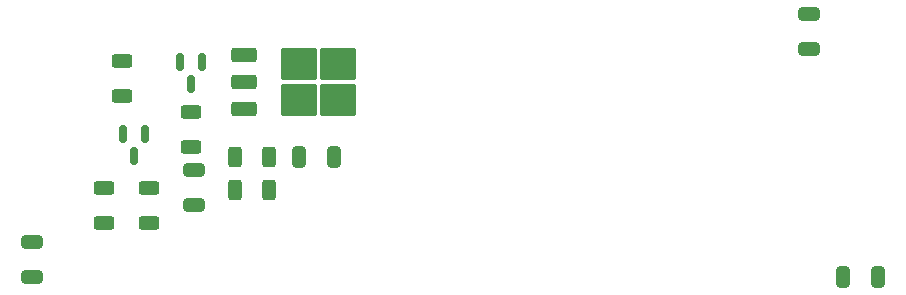
<source format=gbr>
%TF.GenerationSoftware,KiCad,Pcbnew,7.0.9*%
%TF.CreationDate,2024-12-25T11:05:57-08:00*%
%TF.ProjectId,ESP32btCWKeyBrd_Kicad Files,45535033-3262-4744-9357-4b6579427264,rev?*%
%TF.SameCoordinates,Original*%
%TF.FileFunction,Paste,Top*%
%TF.FilePolarity,Positive*%
%FSLAX46Y46*%
G04 Gerber Fmt 4.6, Leading zero omitted, Abs format (unit mm)*
G04 Created by KiCad (PCBNEW 7.0.9) date 2024-12-25 11:05:57*
%MOMM*%
%LPD*%
G01*
G04 APERTURE LIST*
G04 Aperture macros list*
%AMRoundRect*
0 Rectangle with rounded corners*
0 $1 Rounding radius*
0 $2 $3 $4 $5 $6 $7 $8 $9 X,Y pos of 4 corners*
0 Add a 4 corners polygon primitive as box body*
4,1,4,$2,$3,$4,$5,$6,$7,$8,$9,$2,$3,0*
0 Add four circle primitives for the rounded corners*
1,1,$1+$1,$2,$3*
1,1,$1+$1,$4,$5*
1,1,$1+$1,$6,$7*
1,1,$1+$1,$8,$9*
0 Add four rect primitives between the rounded corners*
20,1,$1+$1,$2,$3,$4,$5,0*
20,1,$1+$1,$4,$5,$6,$7,0*
20,1,$1+$1,$6,$7,$8,$9,0*
20,1,$1+$1,$8,$9,$2,$3,0*%
G04 Aperture macros list end*
%ADD10RoundRect,0.150000X-0.150000X0.587500X-0.150000X-0.587500X0.150000X-0.587500X0.150000X0.587500X0*%
%ADD11RoundRect,0.250000X0.650000X-0.325000X0.650000X0.325000X-0.650000X0.325000X-0.650000X-0.325000X0*%
%ADD12RoundRect,0.250000X0.325000X0.650000X-0.325000X0.650000X-0.325000X-0.650000X0.325000X-0.650000X0*%
%ADD13RoundRect,0.250000X-0.625000X0.312500X-0.625000X-0.312500X0.625000X-0.312500X0.625000X0.312500X0*%
%ADD14RoundRect,0.250000X-0.312500X-0.625000X0.312500X-0.625000X0.312500X0.625000X-0.312500X0.625000X0*%
%ADD15RoundRect,0.250000X0.312500X0.625000X-0.312500X0.625000X-0.312500X-0.625000X0.312500X-0.625000X0*%
%ADD16RoundRect,0.250000X-0.650000X0.325000X-0.650000X-0.325000X0.650000X-0.325000X0.650000X0.325000X0*%
%ADD17RoundRect,0.250000X0.625000X-0.312500X0.625000X0.312500X-0.625000X0.312500X-0.625000X-0.312500X0*%
%ADD18RoundRect,0.250000X-0.850000X-0.350000X0.850000X-0.350000X0.850000X0.350000X-0.850000X0.350000X0*%
%ADD19RoundRect,0.250000X-1.275000X-1.125000X1.275000X-1.125000X1.275000X1.125000X-1.275000X1.125000X0*%
G04 APERTURE END LIST*
D10*
%TO.C,Q2*%
X115250000Y-76532500D03*
X113350000Y-76532500D03*
X114300000Y-78407500D03*
%TD*%
D11*
%TO.C,C3*%
X166624000Y-75389000D03*
X166624000Y-72439000D03*
%TD*%
%TO.C,C1*%
X100838000Y-94693000D03*
X100838000Y-91743000D03*
%TD*%
D10*
%TO.C,Q1*%
X110424000Y-82628500D03*
X108524000Y-82628500D03*
X109474000Y-84503500D03*
%TD*%
D12*
%TO.C,C4*%
X172417000Y-94742000D03*
X169467000Y-94742000D03*
%TD*%
D13*
%TO.C,R4*%
X114300000Y-80772000D03*
X114300000Y-83697000D03*
%TD*%
D14*
%TO.C,R5*%
X117979000Y-87376000D03*
X120904000Y-87376000D03*
%TD*%
D15*
%TO.C,R6*%
X120904000Y-84582000D03*
X117979000Y-84582000D03*
%TD*%
D16*
%TO.C,C2*%
X114554000Y-85647000D03*
X114554000Y-88597000D03*
%TD*%
D12*
%TO.C,C5*%
X126415500Y-84582000D03*
X123465500Y-84582000D03*
%TD*%
D17*
%TO.C,R2*%
X110744000Y-90108500D03*
X110744000Y-87183500D03*
%TD*%
D18*
%TO.C,Q3*%
X118771000Y-75951000D03*
X118771000Y-78231000D03*
D19*
X123396000Y-76706000D03*
X123396000Y-79756000D03*
X126746000Y-76706000D03*
X126746000Y-79756000D03*
D18*
X118771000Y-80511000D03*
%TD*%
D13*
%TO.C,R3*%
X106934000Y-87183500D03*
X106934000Y-90108500D03*
%TD*%
D17*
%TO.C,R1*%
X108458000Y-79379000D03*
X108458000Y-76454000D03*
%TD*%
M02*

</source>
